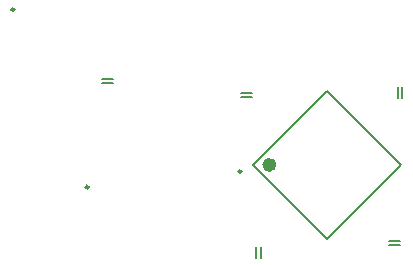
<source format=gto>
G04 Layer_Color=65535*
%FSAX24Y24*%
%MOIN*%
G70*
G01*
G75*
%ADD22C,0.0236*%
%ADD23C,0.0098*%
%ADD24C,0.0079*%
%ADD25C,0.0050*%
D22*
X032639Y030819D02*
G03*
X032639Y030819I-000118J000000D01*
G01*
D23*
X031589Y030603D02*
G03*
X031589Y030603I-000049J000000D01*
G01*
X024017Y036002D02*
G03*
X024017Y036002I-000049J000000D01*
G01*
X026497Y030082D02*
G03*
X026497Y030082I-000049J000000D01*
G01*
D24*
X034442Y028341D02*
X036920Y030819D01*
X031964D02*
X034442Y033297D01*
X036920Y030819D01*
X031964D02*
X034442Y028341D01*
D25*
X026932Y033684D02*
X027307D01*
X026932Y033544D02*
X027307D01*
X032089Y027718D02*
Y028093D01*
X032229Y027718D02*
Y028093D01*
X036499Y028150D02*
X036874D01*
X036499Y028291D02*
X036874D01*
X031577Y033212D02*
X031952D01*
X031577Y033072D02*
X031952D01*
X036953Y033033D02*
Y033408D01*
X036813Y033033D02*
Y033408D01*
M02*

</source>
